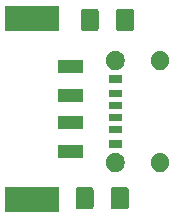
<source format=gbr>
G04 #@! TF.GenerationSoftware,KiCad,Pcbnew,5.0.2+dfsg1-1~bpo9+1*
G04 #@! TF.CreationDate,2019-09-16T10:21:19+01:00*
G04 #@! TF.ProjectId,usb_c_usb_a,7573625f-635f-4757-9362-5f612e6b6963,rev?*
G04 #@! TF.SameCoordinates,Original*
G04 #@! TF.FileFunction,Soldermask,Top*
G04 #@! TF.FilePolarity,Negative*
%FSLAX46Y46*%
G04 Gerber Fmt 4.6, Leading zero omitted, Abs format (unit mm)*
G04 Created by KiCad (PCBNEW 5.0.2+dfsg1-1~bpo9+1) date Mon 16 Sep 2019 10:21:19 BST*
%MOMM*%
%LPD*%
G01*
G04 APERTURE LIST*
%ADD10C,0.100000*%
G04 APERTURE END LIST*
D10*
G36*
X164080021Y-69634300D02*
X159478021Y-69634300D01*
X159478021Y-67532300D01*
X164080021Y-67532300D01*
X164080021Y-69634300D01*
X164080021Y-69634300D01*
G37*
G36*
X169815162Y-67531181D02*
X169850077Y-67541773D01*
X169882265Y-67558978D01*
X169910473Y-67582127D01*
X169933622Y-67610335D01*
X169950827Y-67642523D01*
X169961419Y-67677438D01*
X169965600Y-67719895D01*
X169965600Y-69186105D01*
X169961419Y-69228562D01*
X169950827Y-69263477D01*
X169933622Y-69295665D01*
X169910473Y-69323873D01*
X169882265Y-69347022D01*
X169850077Y-69364227D01*
X169815162Y-69374819D01*
X169772705Y-69379000D01*
X168631495Y-69379000D01*
X168589038Y-69374819D01*
X168554123Y-69364227D01*
X168521935Y-69347022D01*
X168493727Y-69323873D01*
X168470578Y-69295665D01*
X168453373Y-69263477D01*
X168442781Y-69228562D01*
X168438600Y-69186105D01*
X168438600Y-67719895D01*
X168442781Y-67677438D01*
X168453373Y-67642523D01*
X168470578Y-67610335D01*
X168493727Y-67582127D01*
X168521935Y-67558978D01*
X168554123Y-67541773D01*
X168589038Y-67531181D01*
X168631495Y-67527000D01*
X169772705Y-67527000D01*
X169815162Y-67531181D01*
X169815162Y-67531181D01*
G37*
G36*
X166840162Y-67531181D02*
X166875077Y-67541773D01*
X166907265Y-67558978D01*
X166935473Y-67582127D01*
X166958622Y-67610335D01*
X166975827Y-67642523D01*
X166986419Y-67677438D01*
X166990600Y-67719895D01*
X166990600Y-69186105D01*
X166986419Y-69228562D01*
X166975827Y-69263477D01*
X166958622Y-69295665D01*
X166935473Y-69323873D01*
X166907265Y-69347022D01*
X166875077Y-69364227D01*
X166840162Y-69374819D01*
X166797705Y-69379000D01*
X165656495Y-69379000D01*
X165614038Y-69374819D01*
X165579123Y-69364227D01*
X165546935Y-69347022D01*
X165518727Y-69323873D01*
X165495578Y-69295665D01*
X165478373Y-69263477D01*
X165467781Y-69228562D01*
X165463600Y-69186105D01*
X165463600Y-67719895D01*
X165467781Y-67677438D01*
X165478373Y-67642523D01*
X165495578Y-67610335D01*
X165518727Y-67582127D01*
X165546935Y-67558978D01*
X165579123Y-67541773D01*
X165614038Y-67531181D01*
X165656495Y-67527000D01*
X166797705Y-67527000D01*
X166840162Y-67531181D01*
X166840162Y-67531181D01*
G37*
G36*
X172852043Y-64647481D02*
X172997815Y-64707862D01*
X173129011Y-64795524D01*
X173240576Y-64907089D01*
X173328238Y-65038285D01*
X173388619Y-65184057D01*
X173419400Y-65338807D01*
X173419400Y-65496593D01*
X173388619Y-65651343D01*
X173328238Y-65797115D01*
X173240576Y-65928311D01*
X173129011Y-66039876D01*
X172997815Y-66127538D01*
X172852043Y-66187919D01*
X172697293Y-66218700D01*
X172539507Y-66218700D01*
X172384757Y-66187919D01*
X172238985Y-66127538D01*
X172107789Y-66039876D01*
X171996224Y-65928311D01*
X171908562Y-65797115D01*
X171848181Y-65651343D01*
X171817400Y-65496593D01*
X171817400Y-65338807D01*
X171848181Y-65184057D01*
X171908562Y-65038285D01*
X171996224Y-64907089D01*
X172107789Y-64795524D01*
X172238985Y-64707862D01*
X172384757Y-64647481D01*
X172539507Y-64616700D01*
X172697293Y-64616700D01*
X172852043Y-64647481D01*
X172852043Y-64647481D01*
G37*
G36*
X169054743Y-64647481D02*
X169200515Y-64707862D01*
X169331711Y-64795524D01*
X169443276Y-64907089D01*
X169530938Y-65038285D01*
X169591319Y-65184057D01*
X169622100Y-65338807D01*
X169622100Y-65496593D01*
X169591319Y-65651343D01*
X169530938Y-65797115D01*
X169443276Y-65928311D01*
X169331711Y-66039876D01*
X169200515Y-66127538D01*
X169054743Y-66187919D01*
X168899993Y-66218700D01*
X168742207Y-66218700D01*
X168587457Y-66187919D01*
X168441685Y-66127538D01*
X168310489Y-66039876D01*
X168198924Y-65928311D01*
X168111262Y-65797115D01*
X168050881Y-65651343D01*
X168020100Y-65496593D01*
X168020100Y-65338807D01*
X168050881Y-65184057D01*
X168111262Y-65038285D01*
X168198924Y-64907089D01*
X168310489Y-64795524D01*
X168441685Y-64707862D01*
X168587457Y-64647481D01*
X168742207Y-64616700D01*
X168899993Y-64616700D01*
X169054743Y-64647481D01*
X169054743Y-64647481D01*
G37*
G36*
X166091381Y-65039820D02*
X163989381Y-65039820D01*
X163989381Y-63937820D01*
X166091381Y-63937820D01*
X166091381Y-65039820D01*
X166091381Y-65039820D01*
G37*
G36*
X169372100Y-64206600D02*
X168270100Y-64206600D01*
X168270100Y-63504600D01*
X169372100Y-63504600D01*
X169372100Y-64206600D01*
X169372100Y-64206600D01*
G37*
G36*
X169372100Y-62934700D02*
X168270100Y-62934700D01*
X168270100Y-62312700D01*
X169372100Y-62312700D01*
X169372100Y-62934700D01*
X169372100Y-62934700D01*
G37*
G36*
X166091381Y-62570940D02*
X163989381Y-62570940D01*
X163989381Y-61468940D01*
X166091381Y-61468940D01*
X166091381Y-62570940D01*
X166091381Y-62570940D01*
G37*
G36*
X169372100Y-61918700D02*
X168270100Y-61918700D01*
X168270100Y-61296700D01*
X169372100Y-61296700D01*
X169372100Y-61918700D01*
X169372100Y-61918700D01*
G37*
G36*
X169372100Y-60902700D02*
X168270100Y-60902700D01*
X168270100Y-60280700D01*
X169372100Y-60280700D01*
X169372100Y-60902700D01*
X169372100Y-60902700D01*
G37*
G36*
X166091381Y-60335740D02*
X163989381Y-60335740D01*
X163989381Y-59233740D01*
X166091381Y-59233740D01*
X166091381Y-60335740D01*
X166091381Y-60335740D01*
G37*
G36*
X169372100Y-59886700D02*
X168270100Y-59886700D01*
X168270100Y-59264700D01*
X169372100Y-59264700D01*
X169372100Y-59886700D01*
X169372100Y-59886700D01*
G37*
G36*
X169372100Y-58694800D02*
X168270100Y-58694800D01*
X168270100Y-57992800D01*
X169372100Y-57992800D01*
X169372100Y-58694800D01*
X169372100Y-58694800D01*
G37*
G36*
X166091381Y-57871940D02*
X163989381Y-57871940D01*
X163989381Y-56769940D01*
X166091381Y-56769940D01*
X166091381Y-57871940D01*
X166091381Y-57871940D01*
G37*
G36*
X169054743Y-56011481D02*
X169200515Y-56071862D01*
X169331711Y-56159524D01*
X169443276Y-56271089D01*
X169530938Y-56402285D01*
X169591319Y-56548057D01*
X169622100Y-56702807D01*
X169622100Y-56860593D01*
X169591319Y-57015343D01*
X169530938Y-57161115D01*
X169443276Y-57292311D01*
X169331711Y-57403876D01*
X169200515Y-57491538D01*
X169054743Y-57551919D01*
X168899993Y-57582700D01*
X168742207Y-57582700D01*
X168587457Y-57551919D01*
X168441685Y-57491538D01*
X168310489Y-57403876D01*
X168198924Y-57292311D01*
X168111262Y-57161115D01*
X168050881Y-57015343D01*
X168020100Y-56860593D01*
X168020100Y-56702807D01*
X168050881Y-56548057D01*
X168111262Y-56402285D01*
X168198924Y-56271089D01*
X168310489Y-56159524D01*
X168441685Y-56071862D01*
X168587457Y-56011481D01*
X168742207Y-55980700D01*
X168899993Y-55980700D01*
X169054743Y-56011481D01*
X169054743Y-56011481D01*
G37*
G36*
X172852043Y-56011481D02*
X172997815Y-56071862D01*
X173129011Y-56159524D01*
X173240576Y-56271089D01*
X173328238Y-56402285D01*
X173388619Y-56548057D01*
X173419400Y-56702807D01*
X173419400Y-56860593D01*
X173388619Y-57015343D01*
X173328238Y-57161115D01*
X173240576Y-57292311D01*
X173129011Y-57403876D01*
X172997815Y-57491538D01*
X172852043Y-57551919D01*
X172697293Y-57582700D01*
X172539507Y-57582700D01*
X172384757Y-57551919D01*
X172238985Y-57491538D01*
X172107789Y-57403876D01*
X171996224Y-57292311D01*
X171908562Y-57161115D01*
X171848181Y-57015343D01*
X171817400Y-56860593D01*
X171817400Y-56702807D01*
X171848181Y-56548057D01*
X171908562Y-56402285D01*
X171996224Y-56271089D01*
X172107789Y-56159524D01*
X172238985Y-56071862D01*
X172384757Y-56011481D01*
X172539507Y-55980700D01*
X172697293Y-55980700D01*
X172852043Y-56011481D01*
X172852043Y-56011481D01*
G37*
G36*
X167271962Y-52430881D02*
X167306877Y-52441473D01*
X167339065Y-52458678D01*
X167367273Y-52481827D01*
X167390422Y-52510035D01*
X167407627Y-52542223D01*
X167418219Y-52577138D01*
X167422400Y-52619595D01*
X167422400Y-54085805D01*
X167418219Y-54128262D01*
X167407627Y-54163177D01*
X167390422Y-54195365D01*
X167367273Y-54223573D01*
X167339065Y-54246722D01*
X167306877Y-54263927D01*
X167271962Y-54274519D01*
X167229505Y-54278700D01*
X166088295Y-54278700D01*
X166045838Y-54274519D01*
X166010923Y-54263927D01*
X165978735Y-54246722D01*
X165950527Y-54223573D01*
X165927378Y-54195365D01*
X165910173Y-54163177D01*
X165899581Y-54128262D01*
X165895400Y-54085805D01*
X165895400Y-52619595D01*
X165899581Y-52577138D01*
X165910173Y-52542223D01*
X165927378Y-52510035D01*
X165950527Y-52481827D01*
X165978735Y-52458678D01*
X166010923Y-52441473D01*
X166045838Y-52430881D01*
X166088295Y-52426700D01*
X167229505Y-52426700D01*
X167271962Y-52430881D01*
X167271962Y-52430881D01*
G37*
G36*
X170246962Y-52430881D02*
X170281877Y-52441473D01*
X170314065Y-52458678D01*
X170342273Y-52481827D01*
X170365422Y-52510035D01*
X170382627Y-52542223D01*
X170393219Y-52577138D01*
X170397400Y-52619595D01*
X170397400Y-54085805D01*
X170393219Y-54128262D01*
X170382627Y-54163177D01*
X170365422Y-54195365D01*
X170342273Y-54223573D01*
X170314065Y-54246722D01*
X170281877Y-54263927D01*
X170246962Y-54274519D01*
X170204505Y-54278700D01*
X169063295Y-54278700D01*
X169020838Y-54274519D01*
X168985923Y-54263927D01*
X168953735Y-54246722D01*
X168925527Y-54223573D01*
X168902378Y-54195365D01*
X168885173Y-54163177D01*
X168874581Y-54128262D01*
X168870400Y-54085805D01*
X168870400Y-52619595D01*
X168874581Y-52577138D01*
X168885173Y-52542223D01*
X168902378Y-52510035D01*
X168925527Y-52481827D01*
X168953735Y-52458678D01*
X168985923Y-52441473D01*
X169020838Y-52430881D01*
X169063295Y-52426700D01*
X170204505Y-52426700D01*
X170246962Y-52430881D01*
X170246962Y-52430881D01*
G37*
G36*
X164074941Y-54277460D02*
X159472941Y-54277460D01*
X159472941Y-52175460D01*
X164074941Y-52175460D01*
X164074941Y-54277460D01*
X164074941Y-54277460D01*
G37*
M02*

</source>
